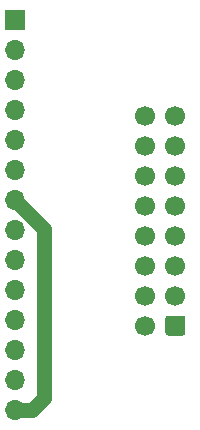
<source format=gbr>
%TF.GenerationSoftware,KiCad,Pcbnew,(5.1.8-0-10_14)*%
%TF.CreationDate,2021-03-30T15:30:47-04:00*%
%TF.ProjectId,TFT,5446542e-6b69-4636-9164-5f7063625858,rev?*%
%TF.SameCoordinates,PX989680PY32730a0*%
%TF.FileFunction,Copper,L1,Top*%
%TF.FilePolarity,Positive*%
%FSLAX46Y46*%
G04 Gerber Fmt 4.6, Leading zero omitted, Abs format (unit mm)*
G04 Created by KiCad (PCBNEW (5.1.8-0-10_14)) date 2021-03-30 15:30:47*
%MOMM*%
%LPD*%
G01*
G04 APERTURE LIST*
%TA.AperFunction,ComponentPad*%
%ADD10C,1.700000*%
%TD*%
%TA.AperFunction,ComponentPad*%
%ADD11O,1.700000X1.700000*%
%TD*%
%TA.AperFunction,ComponentPad*%
%ADD12R,1.700000X1.700000*%
%TD*%
%TA.AperFunction,Conductor*%
%ADD13C,1.250000*%
%TD*%
G04 APERTURE END LIST*
D10*
%TO.P,J2,16*%
%TO.N,T_CS*%
X16760000Y29480000D03*
%TO.P,J2,14*%
%TO.N,SLCK*%
X16760000Y26940000D03*
%TO.P,J2,12*%
%TO.N,MISO*%
X16760000Y24400000D03*
%TO.P,J2,10*%
%TO.N,MOSI*%
X16760000Y21860000D03*
%TO.P,J2,8*%
%TO.N,DC*%
X16760000Y19320000D03*
%TO.P,J2,6*%
%TO.N,RESET*%
X16760000Y16780000D03*
%TO.P,J2,4*%
%TO.N,CS*%
X16760000Y14240000D03*
%TO.P,J2,2*%
%TO.N,VCC*%
X16760000Y11700000D03*
%TO.P,J2,15*%
%TO.N,T_IRQ*%
X19300000Y29480000D03*
%TO.P,J2,13*%
%TO.N,SLCK*%
X19300000Y26940000D03*
%TO.P,J2,11*%
%TO.N,MISO*%
X19300000Y24400000D03*
%TO.P,J2,9*%
%TO.N,MOSI*%
X19300000Y21860000D03*
%TO.P,J2,7*%
%TO.N,Net-(J2-Pad7)*%
X19300000Y19320000D03*
%TO.P,J2,5*%
%TO.N,Net-(J2-Pad5)*%
X19300000Y16780000D03*
%TO.P,J2,3*%
%TO.N,GND*%
X19300000Y14240000D03*
%TO.P,J2,1*%
%TO.N,VCC*%
%TA.AperFunction,ComponentPad*%
G36*
G01*
X20150000Y12300000D02*
X20150000Y11100000D01*
G75*
G02*
X19900000Y10850000I-250000J0D01*
G01*
X18700000Y10850000D01*
G75*
G02*
X18450000Y11100000I0J250000D01*
G01*
X18450000Y12300000D01*
G75*
G02*
X18700000Y12550000I250000J0D01*
G01*
X19900000Y12550000D01*
G75*
G02*
X20150000Y12300000I0J-250000D01*
G01*
G37*
%TD.AperFunction*%
%TD*%
D11*
%TO.P,J1,14*%
%TO.N,VCC*%
X5700000Y4580000D03*
%TO.P,J1,13*%
%TO.N,GND*%
X5700000Y7120000D03*
%TO.P,J1,12*%
%TO.N,CS*%
X5700000Y9660000D03*
%TO.P,J1,11*%
%TO.N,RESET*%
X5700000Y12200000D03*
%TO.P,J1,10*%
%TO.N,DC*%
X5700000Y14740000D03*
%TO.P,J1,9*%
%TO.N,MOSI*%
X5700000Y17280000D03*
%TO.P,J1,8*%
%TO.N,SLCK*%
X5700000Y19820000D03*
%TO.P,J1,7*%
%TO.N,VCC*%
X5700000Y22360000D03*
%TO.P,J1,6*%
%TO.N,MISO*%
X5700000Y24900000D03*
%TO.P,J1,5*%
%TO.N,SLCK*%
X5700000Y27440000D03*
%TO.P,J1,4*%
%TO.N,T_CS*%
X5700000Y29980000D03*
%TO.P,J1,3*%
%TO.N,MOSI*%
X5700000Y32520000D03*
%TO.P,J1,2*%
%TO.N,MISO*%
X5700000Y35060000D03*
D12*
%TO.P,J1,1*%
%TO.N,T_IRQ*%
X5700000Y37600000D03*
%TD*%
D13*
%TO.N,VCC*%
X5700000Y4580000D02*
X7180000Y4580000D01*
X7180000Y4580000D02*
X8200000Y5600000D01*
X8200000Y19860000D02*
X5700000Y22360000D01*
X8200000Y5600000D02*
X8200000Y19860000D01*
%TD*%
M02*

</source>
